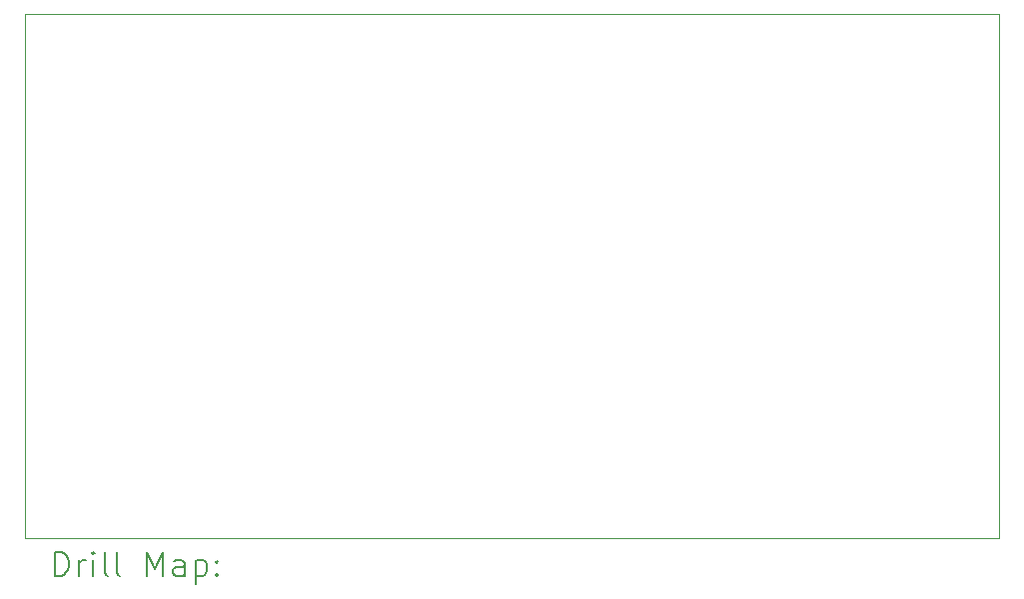
<source format=gbr>
%TF.GenerationSoftware,KiCad,Pcbnew,7.0.7*%
%TF.CreationDate,2023-09-05T00:15:27-07:00*%
%TF.ProjectId,Power Supply Board Ground Systems V1.1,506f7765-7220-4537-9570-706c7920426f,rev?*%
%TF.SameCoordinates,Original*%
%TF.FileFunction,Drillmap*%
%TF.FilePolarity,Positive*%
%FSLAX45Y45*%
G04 Gerber Fmt 4.5, Leading zero omitted, Abs format (unit mm)*
G04 Created by KiCad (PCBNEW 7.0.7) date 2023-09-05 00:15:27*
%MOMM*%
%LPD*%
G01*
G04 APERTURE LIST*
%ADD10C,0.100000*%
%ADD11C,0.200000*%
G04 APERTURE END LIST*
D10*
X2540000Y-2540000D02*
X10795000Y-2540000D01*
X10795000Y-6985000D01*
X2540000Y-6985000D01*
X2540000Y-2540000D01*
D11*
X2795777Y-7301484D02*
X2795777Y-7101484D01*
X2795777Y-7101484D02*
X2843396Y-7101484D01*
X2843396Y-7101484D02*
X2871967Y-7111008D01*
X2871967Y-7111008D02*
X2891015Y-7130055D01*
X2891015Y-7130055D02*
X2900539Y-7149103D01*
X2900539Y-7149103D02*
X2910062Y-7187198D01*
X2910062Y-7187198D02*
X2910062Y-7215769D01*
X2910062Y-7215769D02*
X2900539Y-7253865D01*
X2900539Y-7253865D02*
X2891015Y-7272912D01*
X2891015Y-7272912D02*
X2871967Y-7291960D01*
X2871967Y-7291960D02*
X2843396Y-7301484D01*
X2843396Y-7301484D02*
X2795777Y-7301484D01*
X2995777Y-7301484D02*
X2995777Y-7168150D01*
X2995777Y-7206246D02*
X3005301Y-7187198D01*
X3005301Y-7187198D02*
X3014824Y-7177674D01*
X3014824Y-7177674D02*
X3033872Y-7168150D01*
X3033872Y-7168150D02*
X3052920Y-7168150D01*
X3119586Y-7301484D02*
X3119586Y-7168150D01*
X3119586Y-7101484D02*
X3110062Y-7111008D01*
X3110062Y-7111008D02*
X3119586Y-7120531D01*
X3119586Y-7120531D02*
X3129110Y-7111008D01*
X3129110Y-7111008D02*
X3119586Y-7101484D01*
X3119586Y-7101484D02*
X3119586Y-7120531D01*
X3243396Y-7301484D02*
X3224348Y-7291960D01*
X3224348Y-7291960D02*
X3214824Y-7272912D01*
X3214824Y-7272912D02*
X3214824Y-7101484D01*
X3348158Y-7301484D02*
X3329110Y-7291960D01*
X3329110Y-7291960D02*
X3319586Y-7272912D01*
X3319586Y-7272912D02*
X3319586Y-7101484D01*
X3576729Y-7301484D02*
X3576729Y-7101484D01*
X3576729Y-7101484D02*
X3643396Y-7244341D01*
X3643396Y-7244341D02*
X3710062Y-7101484D01*
X3710062Y-7101484D02*
X3710062Y-7301484D01*
X3891015Y-7301484D02*
X3891015Y-7196722D01*
X3891015Y-7196722D02*
X3881491Y-7177674D01*
X3881491Y-7177674D02*
X3862443Y-7168150D01*
X3862443Y-7168150D02*
X3824348Y-7168150D01*
X3824348Y-7168150D02*
X3805301Y-7177674D01*
X3891015Y-7291960D02*
X3871967Y-7301484D01*
X3871967Y-7301484D02*
X3824348Y-7301484D01*
X3824348Y-7301484D02*
X3805301Y-7291960D01*
X3805301Y-7291960D02*
X3795777Y-7272912D01*
X3795777Y-7272912D02*
X3795777Y-7253865D01*
X3795777Y-7253865D02*
X3805301Y-7234817D01*
X3805301Y-7234817D02*
X3824348Y-7225293D01*
X3824348Y-7225293D02*
X3871967Y-7225293D01*
X3871967Y-7225293D02*
X3891015Y-7215769D01*
X3986253Y-7168150D02*
X3986253Y-7368150D01*
X3986253Y-7177674D02*
X4005301Y-7168150D01*
X4005301Y-7168150D02*
X4043396Y-7168150D01*
X4043396Y-7168150D02*
X4062443Y-7177674D01*
X4062443Y-7177674D02*
X4071967Y-7187198D01*
X4071967Y-7187198D02*
X4081491Y-7206246D01*
X4081491Y-7206246D02*
X4081491Y-7263388D01*
X4081491Y-7263388D02*
X4071967Y-7282436D01*
X4071967Y-7282436D02*
X4062443Y-7291960D01*
X4062443Y-7291960D02*
X4043396Y-7301484D01*
X4043396Y-7301484D02*
X4005301Y-7301484D01*
X4005301Y-7301484D02*
X3986253Y-7291960D01*
X4167205Y-7282436D02*
X4176729Y-7291960D01*
X4176729Y-7291960D02*
X4167205Y-7301484D01*
X4167205Y-7301484D02*
X4157682Y-7291960D01*
X4157682Y-7291960D02*
X4167205Y-7282436D01*
X4167205Y-7282436D02*
X4167205Y-7301484D01*
X4167205Y-7177674D02*
X4176729Y-7187198D01*
X4176729Y-7187198D02*
X4167205Y-7196722D01*
X4167205Y-7196722D02*
X4157682Y-7187198D01*
X4157682Y-7187198D02*
X4167205Y-7177674D01*
X4167205Y-7177674D02*
X4167205Y-7196722D01*
M02*

</source>
